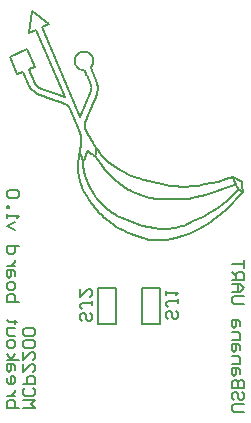
<source format=gbo>
%FSLAX25Y25*%
%MOIN*%
G70*
G01*
G75*
G04 Layer_Color=32896*
%ADD10R,0.07087X0.07480*%
%ADD11R,0.01575X0.05512*%
%ADD12R,0.09055X0.07480*%
%ADD13R,0.05118X0.05118*%
%ADD14R,0.05118X0.05118*%
%ADD15O,0.02362X0.09055*%
%ADD16R,0.03150X0.03150*%
%ADD17R,0.03150X0.03150*%
%ADD18R,0.01181X0.06299*%
%ADD19C,0.00800*%
%ADD20C,0.02000*%
%ADD21C,0.07500*%
%ADD22C,0.03200*%
%ADD23C,0.05000*%
%ADD24R,0.04400X0.04400*%
%ADD25C,0.00984*%
%ADD26C,0.02362*%
%ADD27C,0.00600*%
%ADD28C,0.00787*%
%ADD29C,0.01000*%
%ADD30R,0.07887X0.08280*%
%ADD31R,0.02375X0.06312*%
%ADD32R,0.09855X0.08280*%
%ADD33R,0.05918X0.05918*%
%ADD34R,0.05918X0.05918*%
%ADD35O,0.03162X0.09855*%
%ADD36R,0.03950X0.03950*%
%ADD37R,0.03950X0.03950*%
%ADD38R,0.01981X0.07099*%
%ADD39C,0.08300*%
%ADD40R,0.05200X0.05200*%
D19*
X262471Y443984D02*
G03*
X262526Y443949I255J347D01*
G01*
Y443949D02*
G03*
X262555Y443943I25J47D01*
G01*
D02*
G03*
X262562Y443944I-4J59D01*
G01*
X262562D02*
G03*
X262568Y443945I-12J65D01*
G01*
X263961Y447230D02*
G03*
X263956Y447229I9J-53D01*
G01*
X263983Y447228D02*
G03*
X263961Y447230I-14J-42D01*
G01*
X263988Y447226D02*
G03*
X263983Y447228I-21J-42D01*
G01*
X263993Y447223D02*
G03*
X263988Y447226I-28J-44D01*
G01*
X264301Y435488D02*
G03*
X266562Y431784I15877J7148D01*
G01*
X274258Y425154D02*
G03*
X282049Y422019I17332J31827D01*
G01*
X291391Y421105D02*
G03*
X293319Y421406I-1896J18521D01*
G01*
X293319Y421406D02*
G03*
X295894Y422165I-3414J16313D01*
G01*
X279132Y433261D02*
G03*
X283527Y431661I9412J19023D01*
G01*
X303238Y432326D02*
G03*
X311442Y435200I-16400J59949D01*
G01*
X314438Y434193D02*
G03*
X315600Y433351I3015J2938D01*
G01*
X313673Y435073D02*
G03*
X313808Y434885I2218J1441D01*
G01*
X313557Y435272D02*
G03*
X313673Y435073I2111J1098D01*
G01*
X313467Y435470D02*
G03*
X313557Y435272I1991J791D01*
G01*
X313407Y435643D02*
G03*
X313467Y435470I1854J539D01*
G01*
X312417Y438091D02*
G03*
X312961Y436662I5615J1318D01*
G01*
X261692Y451720D02*
G03*
X261571Y452330I-5968J-868D01*
G01*
X261766Y450595D02*
G03*
X261764Y450822I-8943J40D01*
G01*
X260716Y443021D02*
G03*
X260674Y440772I14669J-1398D01*
G01*
Y440772D02*
G03*
X260980Y438443I16121J932D01*
G01*
D02*
G03*
X261503Y436477I17402J3582D01*
G01*
X261503D02*
G03*
X262143Y434795I18586J6104D01*
G01*
X269526Y424713D02*
G03*
X273496Y421714I16177J17290D01*
G01*
X300451Y420656D02*
G03*
X304398Y422937I-18635J36806D01*
G01*
X304398Y422937D02*
G03*
X315634Y433362I-25430J38674D01*
G01*
X281912Y437539D02*
G03*
X291378Y435385I16131J48994D01*
G01*
X267612Y446853D02*
G03*
X268353Y445838I11912J7916D01*
G01*
X262934Y455169D02*
G03*
X263045Y454720I2957J495D01*
G01*
X263019Y456665D02*
G03*
X262934Y455169I3349J-940D01*
G01*
X266995Y465902D02*
G03*
X267271Y467243I-6239J1984D01*
G01*
X267271D02*
G03*
X267299Y468112I-6293J632D01*
G01*
X267299D02*
G03*
X267255Y468630I-5643J-214D01*
G01*
X267180Y469060D02*
G03*
X267076Y469449I-4453J-979D01*
G01*
X267076D02*
G03*
X266937Y469827I-3906J-1228D01*
G01*
X264876Y474650D02*
G03*
X265658Y478230I-2131J2341D01*
G01*
D02*
G03*
X261491Y479901I-2919J-1248D01*
G01*
D02*
G03*
X259820Y475734I1249J-2919D01*
G01*
X259820D02*
G03*
X262949Y473825I2908J1248D01*
G01*
X265115Y468712D02*
G03*
X265033Y468947I-2695J-809D01*
G01*
X265211Y468273D02*
G03*
X265115Y468712I-3002J-431D01*
G01*
X265114Y466845D02*
G03*
X265211Y468273I-3377J946D01*
G01*
X246928Y468719D02*
G03*
X247791Y468071I2537J2478D01*
G01*
X246573Y469153D02*
G03*
X246928Y468719I2668J1824D01*
G01*
X246329Y469585D02*
G03*
X246573Y469153I2634J1202D01*
G01*
X245131Y467627D02*
G03*
X247073Y466109I4881J4245D01*
G01*
X257412Y461949D02*
G03*
X256593Y462552I-2486J-2521D01*
G01*
X257795Y461495D02*
G03*
X257412Y461949I-2665J-1860D01*
G01*
X258053Y461045D02*
G03*
X257796Y461495I-2643J-1215D01*
G01*
X247073Y466109D02*
X247449Y465933D01*
X247449Y465933D01*
X247450Y465933D01*
X247450Y465933D01*
X247450Y465933D01*
X247450Y465933D01*
X247451Y465933D01*
X247451Y465933D01*
X247452Y465933D01*
X247452Y465932D01*
X247453Y465932D01*
X247454Y465932D01*
X247454Y465932D01*
X247455Y465931D01*
X247456Y465931D01*
X247457Y465931D01*
X247458Y465930D01*
X247459Y465930D01*
X247460Y465930D01*
X247461Y465929D01*
X247462Y465929D01*
X247463Y465928D01*
X247464Y465928D01*
X247466Y465928D01*
X247467Y465927D01*
X247468Y465926D01*
X247470Y465926D01*
X247471Y465925D01*
X247473Y465925D01*
X247474Y465924D01*
X247476Y465924D01*
X247480Y465922D01*
X247483Y465921D01*
X247487Y465919D01*
X247491Y465918D01*
X247495Y465916D01*
X247500Y465915D01*
X247504Y465913D01*
X247509Y465911D01*
X247514Y465909D01*
X247520Y465907D01*
X247525Y465906D01*
X247531Y465903D01*
X247536Y465901D01*
X247543Y465899D01*
X247552Y465896D01*
X247562Y465892D01*
X247572Y465888D01*
X247583Y465884D01*
X247594Y465880D01*
X247605Y465876D01*
X247617Y465871D01*
X247630Y465867D01*
X247642Y465862D01*
X247656Y465857D01*
X247674Y465850D01*
X247693Y465843D01*
X247712Y465836D01*
X247733Y465829D01*
X247754Y465821D01*
X247776Y465813D01*
X247798Y465805D01*
X247827Y465794D01*
X247857Y465783D01*
X247888Y465771D01*
X247920Y465760D01*
X247953Y465747D01*
X247987Y465735D01*
X248028Y465720D01*
X248072Y465703D01*
X248116Y465687D01*
X248163Y465670D01*
X248210Y465652D01*
X248267Y465631D01*
X248325Y465610D01*
X248385Y465588D01*
X248456Y465561D01*
X248529Y465534D01*
X248603Y465507D01*
X248690Y465475D01*
X248779Y465442D01*
X248870Y465408D01*
X248974Y465370D01*
X249080Y465331D01*
X249200Y465286D01*
X249323Y465241D01*
X249449Y465194D01*
X249589Y465142D01*
X249744Y465085D01*
X249902Y465027D01*
X250076Y464962D01*
X250266Y464892D01*
X250471Y464816D01*
X250694Y464734D01*
X250932Y464646D01*
X251187Y464551D01*
X251458Y464451D01*
X251758Y464340D01*
X252087Y464219D01*
X252442Y464087D01*
X252836Y463941D01*
X253291Y463773D01*
X253835Y463572D01*
X255601Y462919D01*
X256025Y462762D01*
X256207Y462694D01*
X256318Y462654D01*
X256389Y462627D01*
X256439Y462609D01*
X256476Y462595D01*
X256505Y462584D01*
X256524Y462577D01*
X256539Y462572D01*
X256553Y462567D01*
X256562Y462563D01*
X256569Y462561D01*
X256575Y462559D01*
X256579Y462557D01*
X256582Y462556D01*
X256585Y462555D01*
X256587Y462554D01*
X256588Y462553D01*
X256590Y462553D01*
X256591Y462553D01*
X256591Y462552D01*
X256592Y462552D01*
X256592Y462552D01*
X256592Y462552D01*
X256592Y462552D01*
X256593Y462552D01*
X256593Y462552D01*
X266834Y465470D02*
X266839Y465481D01*
X266843Y465492D01*
X266847Y465502D01*
X266852Y465511D01*
X266856Y465520D01*
X266860Y465529D01*
X266862Y465535D01*
X266864Y465540D01*
X266866Y465546D01*
X266869Y465551D01*
X266871Y465555D01*
X266873Y465560D01*
X266875Y465564D01*
X266877Y465569D01*
X266878Y465573D01*
X266880Y465577D01*
X266882Y465580D01*
X266883Y465584D01*
X266885Y465587D01*
X266886Y465590D01*
X266886Y465592D01*
X266887Y465593D01*
X266888Y465594D01*
X266888Y465596D01*
X266889Y465597D01*
X266889Y465598D01*
X266890Y465599D01*
X266890Y465600D01*
X266891Y465601D01*
X266891Y465602D01*
X266892Y465603D01*
X266892Y465604D01*
X266892Y465605D01*
X266893Y465606D01*
X266893Y465607D01*
X266893Y465607D01*
X266894Y465608D01*
X266894Y465609D01*
X266894Y465609D01*
X266894Y465610D01*
X266895Y465610D01*
X266895Y465610D01*
X266895Y465611D01*
X266895Y465611D01*
X266895Y465611D01*
X266895Y465612D01*
X264876Y474650D02*
X266937Y469827D01*
X264876Y474650D02*
X266937Y469827D01*
X266895Y465614D02*
X266995Y465902D01*
X267180Y469060D02*
X267255Y468630D01*
X261461Y458411D02*
X265114Y466845D01*
X248711Y488250D02*
X261461Y458411D01*
X248711Y488250D02*
X251115Y489277D01*
X245251Y493674D02*
X251115Y489277D01*
X245247Y493674D02*
X245251Y493674D01*
X244371Y486397D02*
X245247Y493674D01*
X244371Y486397D02*
X246780Y487426D01*
X256412Y464884D01*
X247791Y468071D02*
X256412Y464884D01*
X262949Y473825D02*
X262955Y473811D01*
X262961Y473796D01*
X262968Y473779D01*
X262976Y473762D01*
X262983Y473744D01*
X262991Y473725D01*
X263000Y473706D01*
X263008Y473687D01*
X263016Y473667D01*
X263025Y473646D01*
X263034Y473625D01*
X263043Y473604D01*
X263053Y473582D01*
X263062Y473560D01*
X263072Y473536D01*
X263082Y473513D01*
X263092Y473489D01*
X263101Y473467D01*
X263111Y473445D01*
X263120Y473423D01*
X263130Y473400D01*
X263140Y473377D01*
X263150Y473353D01*
X263159Y473332D01*
X263168Y473311D01*
X263177Y473289D01*
X263187Y473267D01*
X263195Y473248D01*
X263203Y473229D01*
X263212Y473210D01*
X263219Y473193D01*
X263226Y473177D01*
X263233Y473160D01*
X263240Y473143D01*
X263246Y473129D01*
X263252Y473116D01*
X263258Y473102D01*
X263264Y473088D01*
X263268Y473078D01*
X263273Y473067D01*
X263277Y473056D01*
X263282Y473046D01*
X263285Y473039D01*
X263288Y473032D01*
X263291Y473024D01*
X263294Y473017D01*
X263297Y473010D01*
X263300Y473003D01*
X263301Y472999D01*
X263303Y472995D01*
X263305Y472992D01*
X263306Y472988D01*
X263308Y472984D01*
X263309Y472981D01*
X263311Y472977D01*
X263313Y472973D01*
X263314Y472970D01*
X263316Y472966D01*
X263317Y472962D01*
X263319Y472959D01*
X263320Y472955D01*
X263322Y472951D01*
X263324Y472947D01*
X263325Y472944D01*
X263327Y472940D01*
X263328Y472936D01*
X263330Y472932D01*
X263333Y472925D01*
X263336Y472917D01*
X263340Y472910D01*
X263343Y472902D01*
X263346Y472894D01*
X263351Y472883D01*
X263356Y472871D01*
X263363Y472856D01*
X263369Y472840D01*
X263378Y472821D01*
X263386Y472801D01*
X263396Y472777D01*
X263408Y472749D01*
X263422Y472717D01*
X263440Y472675D01*
X263461Y472625D01*
X263489Y472561D01*
X263524Y472477D01*
X263573Y472364D01*
X263647Y472189D01*
X265033Y468947D01*
X244317Y474287D02*
X246271Y475124D01*
X243777Y480962D02*
X246271Y475124D01*
X237939Y478467D02*
X243777Y480962D01*
X237939Y478467D02*
X240434Y472627D01*
X242390Y473464D01*
X244376Y468817D01*
X263530Y453611D02*
X263532Y453607D01*
X263529Y453615D02*
X263530Y453611D01*
X263528Y453618D02*
X263529Y453615D01*
X263527Y453620D02*
X263528Y453618D01*
X263526Y453622D02*
X263527Y453620D01*
X263525Y453624D02*
X263526Y453622D01*
X263525Y453625D02*
X263525Y453624D01*
X263524Y453626D02*
X263525Y453625D01*
X263524Y453627D02*
X263524Y453626D01*
X263524Y453628D02*
X263524Y453627D01*
X263524Y453629D02*
X263524Y453628D01*
X263523Y453629D02*
X263524Y453629D01*
X263523Y453629D02*
X263523Y453629D01*
X263523Y453630D02*
X263523Y453629D01*
X263523Y453630D02*
X263523Y453630D01*
X263523Y453630D02*
X263523Y453630D01*
X263523Y453630D02*
X263523Y453630D01*
X263523Y453631D02*
X263523Y453630D01*
X263523Y453631D02*
X263523Y453631D01*
X263523Y453631D02*
X263523Y453631D01*
X263523Y453631D02*
X263523Y453631D01*
X263523Y453631D02*
X263523Y453631D01*
X263523Y453631D02*
X263523Y453631D01*
X263523Y453631D02*
X263523Y453631D01*
X263523Y453631D02*
X263523Y453631D01*
X263523Y453631D02*
X263523Y453631D01*
X263523Y453631D02*
Y453631D01*
X263523Y453631D02*
X263523Y453631D01*
X263523Y453631D02*
X263523Y453631D01*
X263523Y453631D02*
Y453631D01*
X263523Y453631D02*
X263523Y453631D01*
X263523Y453631D02*
X263523Y453631D01*
X263523Y453631D02*
X263523Y453631D01*
X263523Y453631D02*
X263523Y453631D01*
X263522Y453631D02*
X263523Y453631D01*
X263522Y453631D02*
X263522Y453631D01*
X263522Y453631D02*
X263522Y453631D01*
X263522Y453631D02*
X263522Y453631D01*
X263522Y453631D02*
X263522Y453631D01*
X263522Y453632D02*
X263522Y453631D01*
X263522Y453632D02*
X263522Y453632D01*
X263522Y453632D02*
X263522Y453632D01*
X263522Y453632D02*
X263522Y453632D01*
X263522Y453633D02*
X263522Y453632D01*
X263522Y453633D02*
X263522Y453633D01*
X263521Y453633D02*
X263522Y453633D01*
X263521Y453634D02*
X263521Y453633D01*
X263521Y453635D02*
X263521Y453634D01*
X263520Y453636D02*
X263521Y453635D01*
X263520Y453637D02*
X263520Y453636D01*
X263519Y453638D02*
X263520Y453637D01*
X263518Y453640D02*
X263519Y453638D01*
X263517Y453642D02*
X263518Y453640D01*
X263516Y453645D02*
X263517Y453642D01*
X263514Y453648D02*
X263516Y453645D01*
X263512Y453652D02*
X263514Y453648D01*
X263510Y453656D02*
X263512Y453652D01*
X263507Y453662D02*
X263510Y453656D01*
X263503Y453670D02*
X263507Y453662D01*
X263499Y453679D02*
X263503Y453670D01*
X263494Y453689D02*
X263499Y453679D01*
X263487Y453703D02*
X263494Y453689D01*
X263479Y453719D02*
X263487Y453703D01*
X263470Y453739D02*
X263479Y453719D01*
X263458Y453764D02*
X263470Y453739D01*
X263443Y453794D02*
X263458Y453764D01*
X263425Y453832D02*
X263443Y453794D01*
X263403Y453880D02*
X263425Y453832D01*
X263376Y453939D02*
X263403Y453880D01*
X263343Y454013D02*
X263376Y453939D01*
X263301Y454106D02*
X263343Y454013D01*
X263248Y454224D02*
X263301Y454106D01*
X263184Y454373D02*
X263248Y454224D01*
X263102Y454566D02*
X263184Y454373D01*
X263045Y454720D02*
X263102Y454566D01*
X263019Y456665D02*
X263019Y456665D01*
X263019Y456665D01*
X263019Y456665D01*
X263019Y456665D01*
X263019Y456666D01*
X263019Y456666D01*
X263019Y456666D01*
X263020Y456667D01*
X263020Y456667D01*
X263020Y456669D01*
X263021Y456670D01*
X263022Y456671D01*
X263022Y456673D01*
X263024Y456676D01*
X263025Y456680D01*
X263027Y456684D01*
X263030Y456690D01*
X263033Y456697D01*
X263037Y456706D01*
X263041Y456717D01*
X263048Y456732D01*
X263056Y456751D01*
X263067Y456776D01*
X263081Y456808D01*
X263100Y456851D01*
X263125Y456910D01*
X263163Y456997D01*
X263219Y457128D01*
X264076Y459106D01*
X264357Y459755D01*
X264577Y460262D01*
X264767Y460700D01*
X264935Y461088D01*
X265086Y461436D01*
X265224Y461756D01*
X265350Y462047D01*
X265464Y462308D01*
X265570Y462553D01*
X265669Y462781D01*
X265755Y462980D01*
X265840Y463176D01*
X265917Y463355D01*
X265988Y463518D01*
X266052Y463667D01*
X266115Y463812D01*
X266172Y463942D01*
X266222Y464058D01*
X266271Y464172D01*
X266314Y464272D01*
X266357Y464369D01*
X266394Y464455D01*
X266430Y464538D01*
X266464Y464618D01*
X266495Y464688D01*
X266524Y464755D01*
X266552Y464820D01*
X266576Y464876D01*
X266599Y464929D01*
X266622Y464981D01*
X266640Y465024D01*
X266659Y465066D01*
X266676Y465106D01*
X266693Y465145D01*
X266709Y465183D01*
X266722Y465213D01*
X266735Y465243D01*
X266747Y465271D01*
X266759Y465298D01*
X266771Y465324D01*
X266779Y465344D01*
X266788Y465364D01*
X266796Y465383D01*
X266804Y465401D01*
X266811Y465418D01*
X266819Y465435D01*
X266824Y465447D01*
X266829Y465459D01*
X266834Y465470D01*
X315503Y434898D02*
X315604Y433651D01*
X315479Y435306D02*
X315503Y434898D01*
X315464Y435630D02*
X315479Y435306D01*
X315454Y435907D02*
X315464Y435630D01*
X315448Y436151D02*
X315454Y435907D01*
X315445Y436371D02*
X315448Y436151D01*
X315444Y436570D02*
X315445Y436371D01*
X315444Y436570D02*
X315445Y436753D01*
X315448Y436929D01*
X315448D02*
X315448D01*
X315448Y436929D02*
X315448Y436929D01*
X315448Y436929D02*
X315448D01*
X315448Y436929D02*
X315448Y436929D01*
X315447Y436929D02*
X315448Y436929D01*
X315447Y436929D02*
X315447Y436929D01*
X315447Y436929D02*
X315447Y436929D01*
X315447Y436929D02*
X315447Y436929D01*
X315447Y436929D02*
X315447Y436929D01*
X315447Y436929D02*
X315447Y436929D01*
X315447Y436929D02*
X315447Y436929D01*
X315446Y436929D02*
X315447Y436929D01*
X315446Y436929D02*
X315446Y436929D01*
X315446Y436929D02*
X315446Y436929D01*
X315445Y436930D02*
X315446Y436929D01*
X315445Y436930D02*
X315445Y436930D01*
X315444Y436930D02*
X315445Y436930D01*
X315443Y436930D02*
X315444Y436930D01*
X315442Y436930D02*
X315443Y436930D01*
X315441Y436931D02*
X315442Y436930D01*
X315439Y436931D02*
X315441Y436931D01*
X315437Y436932D02*
X315439Y436931D01*
X315434Y436932D02*
X315437Y436932D01*
X315431Y436933D02*
X315434Y436932D01*
X315427Y436934D02*
X315431Y436933D01*
X315423Y436935D02*
X315427Y436934D01*
X315417Y436937D02*
X315423Y436935D01*
X315409Y436938D02*
X315417Y436937D01*
X315401Y436941D02*
X315409Y436938D01*
X315389Y436944D02*
X315401Y436941D01*
X315375Y436947D02*
X315389Y436944D01*
X315358Y436952D02*
X315375Y436947D01*
X315336Y436958D02*
X315358Y436952D01*
X315310Y436966D02*
X315336Y436958D01*
X315275Y436976D02*
X315310Y436966D01*
X315232Y436989D02*
X315275Y436976D01*
X315177Y437006D02*
X315232Y436989D01*
X315105Y437029D02*
X315177Y437006D01*
X315011Y437060D02*
X315105Y437029D01*
X314888Y437104D02*
X315011Y437060D01*
X314724Y437165D02*
X314888Y437104D01*
X314504Y437252D02*
X314724Y437165D01*
X314203Y437381D02*
X314504Y437252D01*
X313782Y437579D02*
X314203Y437381D01*
X313184Y437895D02*
X313782Y437579D01*
X312338Y438408D02*
X313184Y437895D01*
X312338Y438408D02*
X312338Y438408D01*
X312338Y438408D02*
X312338Y438408D01*
X312338Y438408D02*
X312338Y438408D01*
X312338Y438407D02*
X312338Y438408D01*
X312338Y438407D02*
X312338Y438407D01*
X312337Y438407D02*
X312338Y438407D01*
X312337Y438407D02*
X312337Y438407D01*
X312336Y438407D02*
X312337Y438407D01*
X312336Y438407D02*
X312336Y438407D01*
X312335Y438406D02*
X312336Y438407D01*
X312334Y438406D02*
X312335Y438406D01*
X312332Y438405D02*
X312334Y438406D01*
X312330Y438404D02*
X312332Y438405D01*
X312328Y438404D02*
X312330Y438404D01*
X312326Y438403D02*
X312328Y438404D01*
X312322Y438401D02*
X312326Y438403D01*
X312317Y438399D02*
X312322Y438401D01*
X312312Y438397D02*
X312317Y438399D01*
X312304Y438394D02*
X312312Y438397D01*
X312295Y438391D02*
X312304Y438394D01*
X312283Y438386D02*
X312295Y438391D01*
X312269Y438381D02*
X312283Y438386D01*
X312251Y438373D02*
X312269Y438381D01*
X312226Y438364D02*
X312251Y438373D01*
X312199Y438354D02*
X312226Y438364D01*
X312164Y438340D02*
X312199Y438354D01*
X312121Y438324D02*
X312164Y438340D01*
X312061Y438301D02*
X312121Y438324D01*
X311982Y438272D02*
X312061Y438301D01*
X311878Y438234D02*
X311982Y438272D01*
X311738Y438182D02*
X311878Y438234D01*
X311552Y438116D02*
X311738Y438182D01*
X311289Y438023D02*
X311552Y438116D01*
X310882Y437883D02*
X311289Y438023D01*
X310183Y437653D02*
X310882Y437883D01*
X307292Y436809D02*
X310183Y437653D01*
X302990Y435854D02*
X307292Y436809D01*
X300603Y435483D02*
X302990Y435854D01*
X298584Y435267D02*
X300603Y435483D01*
X296744Y435156D02*
X298584Y435267D01*
X295026Y435133D02*
X296744Y435156D01*
X293417Y435190D02*
X295026Y435133D01*
X291839Y435329D02*
X293417Y435190D01*
X291378Y435385D02*
X291839Y435329D01*
X279493Y438412D02*
X281912Y437539D01*
X277690Y439168D02*
X279493Y438412D01*
X276172Y439888D02*
X277690Y439168D01*
X274856Y440587D02*
X276172Y439888D01*
X273686Y441275D02*
X274856Y440587D01*
X272613Y441975D02*
X273686Y441275D01*
X271636Y442682D02*
X272613Y441975D01*
X270734Y443408D02*
X271636Y442682D01*
X269887Y444169D02*
X270734Y443408D01*
X269103Y444966D02*
X269887Y444169D01*
X268353Y445838D02*
X269103Y444966D01*
X267591Y446884D02*
X267612Y446853D01*
X267173Y447518D02*
X267591Y446884D01*
X266793Y448100D02*
X267173Y447518D01*
X266456Y448620D02*
X266793Y448100D01*
X266151Y449096D02*
X266456Y448620D01*
X265874Y449533D02*
X266151Y449096D01*
X265624Y449931D02*
X265874Y449533D01*
X265398Y450295D02*
X265624Y449931D01*
X265195Y450627D02*
X265398Y450295D01*
X265011Y450928D02*
X265195Y450627D01*
X264846Y451203D02*
X265011Y450928D01*
X264698Y451452D02*
X264846Y451203D01*
X264565Y451678D02*
X264698Y451452D01*
X264447Y451882D02*
X264565Y451678D01*
X264337Y452073D02*
X264447Y451882D01*
X264239Y452245D02*
X264337Y452073D01*
X264152Y452400D02*
X264239Y452245D01*
X264075Y452539D02*
X264152Y452400D01*
X264007Y452663D02*
X264075Y452539D01*
X263947Y452774D02*
X264007Y452663D01*
X263894Y452873D02*
X263947Y452774D01*
X263845Y452965D02*
X263894Y452873D01*
X263803Y453047D02*
X263845Y452965D01*
X263766Y453119D02*
X263803Y453047D01*
X263733Y453183D02*
X263766Y453119D01*
X263705Y453239D02*
X263733Y453183D01*
X263679Y453291D02*
X263705Y453239D01*
X263657Y453336D02*
X263679Y453291D01*
X263638Y453376D02*
X263657Y453336D01*
X263622Y453410D02*
X263638Y453376D01*
X263607Y453441D02*
X263622Y453410D01*
X263594Y453468D02*
X263607Y453441D01*
X263583Y453491D02*
X263594Y453468D01*
X263574Y453513D02*
X263583Y453491D01*
X263566Y453531D02*
X263574Y453513D01*
X263559Y453546D02*
X263566Y453531D01*
X263553Y453559D02*
X263559Y453546D01*
X263548Y453571D02*
X263553Y453559D01*
X263544Y453580D02*
X263548Y453571D01*
X263540Y453589D02*
X263544Y453580D01*
X263537Y453596D02*
X263540Y453589D01*
X263534Y453602D02*
X263537Y453596D01*
X263532Y453607D02*
X263534Y453602D01*
X246198Y469892D02*
X246329Y469585D01*
X245974Y470415D02*
X246198Y469892D01*
X245775Y470882D02*
X245974Y470415D01*
X245596Y471299D02*
X245775Y470882D01*
X245438Y471670D02*
X245596Y471299D01*
X245297Y472000D02*
X245438Y471670D01*
X245172Y472292D02*
X245297Y472000D01*
X245061Y472549D02*
X245172Y472292D01*
X244964Y472776D02*
X245061Y472549D01*
X244877Y472980D02*
X244964Y472776D01*
X244800Y473159D02*
X244877Y472980D01*
X244734Y473315D02*
X244800Y473159D01*
X244676Y473450D02*
X244734Y473315D01*
X244624Y473570D02*
X244676Y473450D01*
X244580Y473674D02*
X244624Y473570D01*
X244541Y473763D02*
X244580Y473674D01*
X244508Y473842D02*
X244541Y473763D01*
X244479Y473909D02*
X244508Y473842D01*
X244454Y473967D02*
X244479Y473909D01*
X244433Y474016D02*
X244454Y473967D01*
X244414Y474059D02*
X244433Y474016D01*
X244398Y474096D02*
X244414Y474059D01*
X244386Y474127D02*
X244398Y474096D01*
X244374Y474153D02*
X244386Y474127D01*
X244365Y474176D02*
X244374Y474153D01*
X244356Y474195D02*
X244365Y474176D01*
X244349Y474211D02*
X244356Y474195D01*
X244344Y474224D02*
X244349Y474211D01*
X244339Y474236D02*
X244344Y474224D01*
X244335Y474245D02*
X244339Y474236D01*
X244332Y474253D02*
X244335Y474245D01*
X244329Y474259D02*
X244332Y474253D01*
X244327Y474264D02*
X244329Y474259D01*
X244325Y474268D02*
X244327Y474264D01*
X244323Y474272D02*
X244325Y474268D01*
X244322Y474274D02*
X244323Y474272D01*
X244321Y474277D02*
X244322Y474274D01*
X244320Y474279D02*
X244321Y474277D01*
X244320Y474280D02*
X244320Y474279D01*
X244319Y474281D02*
X244320Y474280D01*
X244319Y474283D02*
X244319Y474281D01*
X244318Y474283D02*
X244319Y474283D01*
X244318Y474284D02*
X244318Y474283D01*
X244318Y474285D02*
X244318Y474284D01*
X244318Y474285D02*
X244318Y474285D01*
X244317Y474285D02*
X244318Y474285D01*
X244317Y474286D02*
X244317Y474285D01*
X244317Y474286D02*
X244317Y474286D01*
X244317Y474286D02*
X244317Y474286D01*
X244317Y474286D02*
X244317Y474286D01*
X244317Y474286D02*
X244317Y474286D01*
X244317Y474286D02*
X244317Y474286D01*
X244317Y474286D02*
X244317Y474286D01*
X244317Y474286D02*
X244317Y474286D01*
X244317Y474286D02*
X244317Y474286D01*
X244317Y474286D02*
X244317Y474286D01*
X244317Y474287D02*
X244317Y474286D01*
X244317Y474287D02*
Y474287D01*
X244317Y474287D02*
X244317Y474287D01*
X258053Y461045D02*
X261042Y453877D01*
X258053Y461045D02*
X261042Y453877D01*
X244376Y468817D02*
X244489Y468576D01*
X244664Y468264D01*
X244872Y467954D01*
X245131Y467627D01*
X312354Y438409D02*
X312354Y438408D01*
X312354Y438409D02*
X312354Y438409D01*
X312354Y438409D02*
X312354Y438409D01*
X312354Y438409D02*
X312354Y438409D01*
X312354Y438409D02*
X312354Y438409D01*
X312354Y438409D02*
Y438409D01*
X312354Y438409D02*
X312354Y438409D01*
X312354Y438409D02*
X312354Y438409D01*
X312354Y438409D02*
Y438410D01*
X312354Y438410D02*
X312354Y438410D01*
X312354Y438410D02*
Y438410D01*
Y438410D01*
X266895Y465614D02*
X266895Y465612D01*
X266895Y465614D02*
X266895Y465612D01*
X261043Y453876D02*
X261051Y453856D01*
X261066Y453820D01*
X261086Y453772D01*
X261245Y453363D01*
X261284Y453256D01*
X261312Y453176D01*
X261336Y453110D01*
X261355Y453053D01*
X261372Y453003D01*
X261387Y452957D01*
X261400Y452916D01*
X261412Y452879D01*
X261422Y452845D01*
X261432Y452814D01*
X261440Y452784D01*
X261448Y452758D01*
X261455Y452733D01*
X261461Y452709D01*
X261571Y452330D01*
X261692Y451720D02*
X261734Y451366D01*
X261755Y451075D01*
X261764Y450822D01*
X261763Y450378D02*
X261766Y450595D01*
X261755Y450172D02*
X261763Y450378D01*
X261745Y449978D02*
X261755Y450172D01*
X261733Y449798D02*
X261745Y449978D01*
X261719Y449622D02*
X261733Y449798D01*
X261703Y449452D02*
X261719Y449622D01*
X261686Y449287D02*
X261703Y449452D01*
X261668Y449129D02*
X261686Y449287D01*
X261650Y448976D02*
X261668Y449129D01*
X261631Y448831D02*
X261650Y448976D01*
X261612Y448683D02*
X261631Y448831D01*
X261593Y448542D02*
X261612Y448683D01*
X261573Y448408D02*
X261593Y448542D01*
X261555Y448282D02*
X261573Y448408D01*
X261536Y448154D02*
X261555Y448282D01*
X261517Y448034D02*
X261536Y448154D01*
X261500Y447923D02*
X261517Y448034D01*
X261482Y447810D02*
X261500Y447923D01*
X261465Y447705D02*
X261482Y447810D01*
X261450Y447609D02*
X261465Y447705D01*
X261434Y447513D02*
X261450Y447609D01*
X261419Y447425D02*
X261434Y447513D01*
X261405Y447337D02*
X261419Y447425D01*
X261391Y447258D02*
X261405Y447337D01*
X261378Y447178D02*
X261391Y447258D01*
X261366Y447108D02*
X261378Y447178D01*
X261354Y447037D02*
X261366Y447108D01*
X261344Y446976D02*
X261354Y447037D01*
X261334Y446915D02*
X261344Y446976D01*
X261325Y446864D02*
X261334Y446915D01*
X261316Y446812D02*
X261325Y446864D01*
X261307Y446761D02*
X261316Y446812D01*
X261300Y446719D02*
X261307Y446761D01*
X261293Y446677D02*
X261300Y446719D01*
X261286Y446636D02*
X261293Y446677D01*
X261280Y446604D02*
X261286Y446636D01*
X261275Y446573D02*
X261280Y446604D01*
X261269Y446541D02*
X261275Y446573D01*
X261264Y446510D02*
X261269Y446541D01*
X261260Y446488D02*
X261264Y446510D01*
X261257Y446467D02*
X261260Y446488D01*
X261253Y446446D02*
X261257Y446467D01*
X261249Y446425D02*
X261253Y446446D01*
X261246Y446403D02*
X261249Y446425D01*
X261244Y446393D02*
X261246Y446403D01*
X261242Y446382D02*
X261244Y446393D01*
X261240Y446371D02*
X261242Y446382D01*
X261238Y446360D02*
X261240Y446371D01*
X261237Y446350D02*
X261238Y446360D01*
X261235Y446339D02*
X261237Y446350D01*
X261233Y446328D02*
X261235Y446339D01*
X261231Y446318D02*
X261233Y446328D01*
X261229Y446307D02*
X261231Y446318D01*
X261227Y446296D02*
X261229Y446307D01*
X261226Y446285D02*
X261227Y446296D01*
X261224Y446275D02*
X261226Y446285D01*
X261222Y446264D02*
X261224Y446275D01*
X261220Y446253D02*
X261222Y446264D01*
X261218Y446242D02*
X261220Y446253D01*
X261216Y446231D02*
X261218Y446242D01*
X261214Y446220D02*
X261216Y446231D01*
X261212Y446210D02*
X261214Y446220D01*
X261211Y446199D02*
X261212Y446210D01*
X261209Y446188D02*
X261211Y446199D01*
X261205Y446166D02*
X261209Y446188D01*
X261201Y446144D02*
X261205Y446166D01*
X261197Y446123D02*
X261201Y446144D01*
X261194Y446101D02*
X261197Y446123D01*
X261190Y446079D02*
X261194Y446101D01*
X261184Y446046D02*
X261190Y446079D01*
X261179Y446013D02*
X261184Y446046D01*
X261171Y445969D02*
X261179Y446013D01*
X261163Y445925D02*
X261171Y445969D01*
X261156Y445880D02*
X261163Y445925D01*
X261146Y445824D02*
X261156Y445880D01*
X261135Y445757D02*
X261146Y445824D01*
X261121Y445678D02*
X261135Y445757D01*
X261106Y445587D02*
X261121Y445678D01*
X261088Y445484D02*
X261106Y445587D01*
X261069Y445369D02*
X261088Y445484D01*
X261045Y445229D02*
X261069Y445369D01*
X261017Y445064D02*
X261045Y445229D01*
X260983Y444860D02*
X261017Y445064D01*
X260942Y444605D02*
X260983Y444860D01*
X260887Y444269D02*
X260942Y444605D01*
X260813Y443796D02*
X260887Y444269D01*
X260716Y443021D02*
X260813Y443796D01*
X262143Y434795D02*
X262863Y433297D01*
X263659Y431907D01*
X264527Y430593D01*
X264598Y430493D01*
X265193Y429669D01*
X265798Y428865D01*
X266431Y428063D01*
X267091Y427268D01*
X267796Y426468D01*
X268579Y425636D01*
X269526Y424713D01*
X273496Y421714D02*
X274757Y421006D01*
X275583Y420591D01*
X276241Y420284D01*
X276818Y420029D01*
X277329Y419814D01*
X277790Y419627D01*
X278218Y419459D01*
X278612Y419309D01*
X278991Y419167D01*
X279335Y419042D01*
X279661Y418925D01*
X279971Y418816D01*
X280262Y418715D01*
X280536Y418621D01*
X280790Y418534D01*
X281026Y418454D01*
X281263Y418375D01*
X281480Y418302D01*
X281677Y418237D01*
X278496Y433584D02*
X279132Y433261D01*
X283527Y431661D02*
X284609Y431426D01*
X285475Y431273D01*
X286247Y431162D01*
X286972Y431076D01*
X287664Y431009D01*
X288339Y430958D01*
X289016Y430917D01*
X289694Y430887D01*
X290372Y430867D01*
X291048Y430855D01*
X291721Y430852D01*
X292416Y430855D01*
X293106Y430865D01*
X293818Y430882D01*
X294551Y430905D01*
X295263Y430940D01*
X296387Y431029D01*
X297565Y431165D01*
X298818Y431352D01*
X300165Y431600D01*
X301620Y431917D01*
X303238Y432326D01*
X311442Y435200D02*
X312092Y435485D01*
X312462Y435652D01*
X312700Y435761D01*
X312861Y435836D01*
X312981Y435893D01*
X313069Y435934D01*
X313130Y435964D01*
X313180Y435988D01*
X313216Y436005D01*
X313245Y436019D01*
X313266Y436029D01*
X313283Y436037D01*
X313295Y436044D01*
X313306Y436049D01*
X313314Y436053D01*
X313321Y436056D01*
X313326Y436058D01*
X313330Y436060D01*
X313333Y436062D01*
X313335Y436063D01*
X313337Y436064D01*
X313339Y436065D01*
X313340Y436066D01*
X313341Y436066D01*
X313342Y436066D01*
X313342Y436067D01*
X313342Y436067D01*
X313343Y436067D01*
X313343Y436067D01*
X313343Y436067D01*
X313343Y436067D01*
X313344Y436067D01*
X314340Y434297D02*
X314438Y434193D01*
X314291Y434353D02*
X314340Y434297D01*
X314261Y434388D02*
X314291Y434353D01*
X314241Y434412D02*
X314261Y434388D01*
X314228Y434429D02*
X314241Y434412D01*
X314217Y434441D02*
X314228Y434429D01*
X314210Y434450D02*
X314217Y434441D01*
X314205Y434458D02*
X314210Y434450D01*
X314200Y434463D02*
X314205Y434458D01*
X314197Y434467D02*
X314200Y434463D01*
X314195Y434470D02*
X314197Y434467D01*
X314193Y434473D02*
X314195Y434470D01*
X314191Y434475D02*
X314193Y434473D01*
X314190Y434476D02*
X314191Y434475D01*
X314189Y434478D02*
X314190Y434476D01*
X314189Y434479D02*
X314189Y434478D01*
X314188Y434479D02*
X314189Y434479D01*
X314188Y434480D02*
X314188Y434479D01*
X314187Y434480D02*
X314188Y434480D01*
X314187Y434481D02*
X314187Y434480D01*
X314187Y434481D02*
X314187Y434481D01*
X314187Y434481D02*
X314187Y434481D01*
X314187Y434481D02*
X314187Y434481D01*
X314187Y434481D02*
X314187Y434481D01*
X314187Y434481D02*
X314187Y434481D01*
X314186Y434482D02*
X314187Y434481D01*
X314186Y434482D02*
X314186Y434482D01*
X314186Y434482D02*
X314186Y434482D01*
X314186Y434482D02*
X314186Y434482D01*
X314186Y434482D02*
X314186Y434482D01*
X314186Y434482D02*
X314186Y434482D01*
X314186Y434482D02*
X314186Y434482D01*
X314186Y434482D02*
X314186Y434482D01*
X314186Y434482D02*
Y434482D01*
X314186Y434482D02*
X314186Y434482D01*
X314115Y434548D02*
X314186Y434482D01*
X313955Y434711D02*
X314115Y434548D01*
X313808Y434885D02*
X313955Y434711D01*
X313375Y435772D02*
X313407Y435643D01*
X313359Y435861D02*
X313375Y435772D01*
X313352Y435920D02*
X313359Y435861D01*
X313348Y435961D02*
X313352Y435920D01*
X313346Y435989D02*
X313348Y435961D01*
X313346Y436010D02*
X313346Y435989D01*
X313345Y436025D02*
X313346Y436010D01*
X313345Y436036D02*
X313345Y436025D01*
X313345Y436036D02*
X313345Y436045D01*
X313345Y436051D01*
X313346Y436056D01*
X313346Y436060D01*
X313346Y436063D01*
X313346Y436065D01*
X313346Y436067D01*
X313346Y436068D01*
X313346Y436069D01*
X313346Y436070D01*
X313346Y436071D01*
X313346Y436071D01*
X313346Y436072D01*
X313346Y436072D01*
X313346Y436072D01*
X313346Y436072D01*
X313346Y436072D01*
X313346Y436073D01*
X313346Y436073D01*
Y436073D01*
X313346Y436073D01*
Y436073D01*
Y436073D01*
Y436073D01*
X313346Y436073D01*
Y436073D01*
Y436073D01*
Y436073D01*
X313332Y436092D02*
X313346Y436073D01*
X313138Y436367D02*
X313332Y436092D01*
X312961Y436662D02*
X313138Y436367D01*
X312393Y438200D02*
X312417Y438091D01*
X312380Y438261D02*
X312393Y438200D01*
X312372Y438302D02*
X312380Y438261D01*
X312368Y438329D02*
X312372Y438302D01*
X312364Y438348D02*
X312368Y438329D01*
X312361Y438363D02*
X312364Y438348D01*
X312360Y438374D02*
X312361Y438363D01*
X312358Y438382D02*
X312360Y438374D01*
X312357Y438388D02*
X312358Y438382D01*
X312357Y438393D02*
X312357Y438388D01*
X312356Y438396D02*
X312357Y438393D01*
X312356Y438399D02*
X312356Y438396D01*
X312355Y438402D02*
X312356Y438399D01*
X312355Y438403D02*
X312355Y438402D01*
X312355Y438405D02*
X312355Y438403D01*
X312355Y438406D02*
X312355Y438405D01*
X312354Y438407D02*
X312355Y438406D01*
X312354Y438407D02*
X312354Y438407D01*
X312354Y438408D02*
X312354Y438407D01*
X312354Y438408D02*
X312354Y438408D01*
X312354Y438408D02*
X312354Y438408D01*
X268502Y429659D02*
X268697Y429471D01*
X268870Y429305D01*
X269030Y429154D01*
X269176Y429018D01*
X269306Y428896D01*
X269430Y428782D01*
X269539Y428682D01*
X269640Y428589D01*
X269735Y428504D01*
X269821Y428425D01*
X269900Y428354D01*
X269971Y428290D01*
X270034Y428233D01*
X270098Y428175D01*
X270153Y428125D01*
X270201Y428082D01*
X270249Y428039D01*
X270289Y428003D01*
X270329Y427968D01*
X270361Y427939D01*
X270393Y427910D01*
X270425Y427881D01*
X270449Y427860D01*
X270474Y427838D01*
X270498Y427816D01*
X270522Y427795D01*
X270538Y427780D01*
X270554Y427766D01*
X270570Y427751D01*
X270586Y427737D01*
X270602Y427723D01*
X270611Y427715D01*
X270619Y427708D01*
X270627Y427701D01*
X270635Y427694D01*
X270643Y427686D01*
X270651Y427679D01*
X270659Y427672D01*
X270667Y427665D01*
X270675Y427658D01*
X270683Y427650D01*
X270691Y427643D01*
X270700Y427636D01*
X270708Y427629D01*
X270716Y427621D01*
X270724Y427614D01*
X270732Y427607D01*
X270740Y427599D01*
X270748Y427592D01*
X270756Y427585D01*
X270764Y427578D01*
X270781Y427563D01*
X270797Y427549D01*
X270813Y427534D01*
X270829Y427520D01*
X270854Y427498D01*
X270878Y427476D01*
X270903Y427454D01*
X270935Y427425D01*
X270968Y427395D01*
X271009Y427359D01*
X271050Y427322D01*
X271099Y427278D01*
X271148Y427234D01*
X271214Y427175D01*
X271262Y427132D01*
X271321Y427080D01*
X271383Y427028D01*
X271457Y426967D01*
X271535Y426904D01*
X271627Y426832D01*
X271723Y426758D01*
X271834Y426674D01*
X271964Y426580D01*
X272112Y426474D01*
X272280Y426357D01*
X272472Y426228D01*
X272702Y426077D01*
X272976Y425903D01*
X273298Y425705D01*
X273709Y425463D01*
X274258Y425154D01*
X282049Y422019D02*
X284236Y421507D01*
X286131Y421200D01*
X287905Y421035D01*
X289632Y421000D01*
X291391Y421105D01*
X295894Y422165D02*
X299178Y423542D01*
X302313Y425081D01*
X305004Y426613D01*
X307213Y428052D01*
X308965Y429336D01*
X310305Y430424D01*
X311301Y431308D01*
X312029Y432003D01*
X312561Y432543D01*
X312959Y432970D01*
X313252Y433298D01*
X313469Y433551D01*
X313633Y433748D01*
X313760Y433904D01*
X313856Y434025D01*
X313927Y434118D01*
X313983Y434191D01*
X314026Y434248D01*
X314060Y434295D01*
X314086Y434330D01*
X314106Y434359D01*
X314123Y434381D01*
X314135Y434399D01*
X314146Y434415D01*
X314155Y434427D01*
X314161Y434436D01*
X314166Y434444D01*
X314170Y434449D01*
X314174Y434454D01*
X314176Y434457D01*
X314178Y434460D01*
X314179Y434463D01*
X314180Y434465D01*
X314181Y434466D01*
X314182Y434467D01*
X314183Y434468D01*
X314183Y434469D01*
X314184Y434469D01*
X314184Y434470D01*
X314184Y434470D01*
X314184Y434470D01*
X314184Y434470D01*
X314184Y434470D01*
X314184Y434471D01*
X314185Y434471D01*
X266380Y445339D02*
X268257Y442717D01*
X269845Y440745D01*
X271076Y439358D01*
X272041Y438354D01*
X272807Y437608D01*
X273427Y437038D01*
X273940Y436590D01*
X274371Y436231D01*
X274735Y435940D01*
X275044Y435703D01*
X275311Y435506D01*
X275546Y435339D01*
X275750Y435199D01*
X275934Y435078D01*
X276104Y434969D01*
X276416Y434775D01*
X276755Y434569D01*
X277121Y434351D01*
X277528Y434115D01*
X277977Y433863D01*
X278496Y433584D01*
X281677Y418237D02*
X281875Y418172D01*
X282053Y418114D01*
X282209Y418062D01*
X282366Y418011D01*
X282501Y417967D01*
X282659Y417916D01*
X283352Y417712D01*
X284404Y417476D01*
X285471Y417316D01*
X286577Y417225D01*
X287749Y417203D01*
X288988Y417254D01*
X290358Y417393D01*
X291828Y417631D01*
X293500Y418006D01*
X295413Y418563D01*
X297636Y419376D01*
X300451Y420656D01*
X315634Y433362D02*
Y433363D01*
Y433363D01*
X315634Y433363D02*
X315634Y433363D01*
X315634Y433363D02*
Y433363D01*
X315634Y433363D02*
X315634Y433363D01*
X315634Y433363D02*
Y433363D01*
X315634Y433363D02*
X315634Y433363D01*
X315634Y433363D02*
X315634Y433363D01*
X315634Y433363D02*
X315634Y433363D01*
X315634Y433363D02*
X315634Y433363D01*
X315634Y433363D02*
X315634Y433363D01*
X315634Y433364D02*
X315634Y433363D01*
X315634Y433364D02*
X315634Y433364D01*
X315634Y433365D02*
X315634Y433364D01*
X315633Y433365D02*
X315634Y433365D01*
X315633Y433366D02*
X315633Y433365D01*
X315633Y433367D02*
X315633Y433366D01*
X315633Y433368D02*
X315633Y433367D01*
X315633Y433370D02*
X315633Y433368D01*
X315633Y433371D02*
X315633Y433370D01*
X315633Y433374D02*
X315633Y433371D01*
X315632Y433376D02*
X315633Y433374D01*
X315632Y433380D02*
X315632Y433376D01*
X315631Y433385D02*
X315632Y433380D01*
X315631Y433390D02*
X315631Y433385D01*
X315630Y433398D02*
X315631Y433390D01*
X315629Y433407D02*
X315630Y433398D01*
X315628Y433419D02*
X315629Y433407D01*
X315626Y433434D02*
X315628Y433419D01*
X315624Y433454D02*
X315626Y433434D01*
X315621Y433480D02*
X315624Y433454D01*
X315617Y433517D02*
X315621Y433480D01*
X315612Y433570D02*
X315617Y433517D01*
X315604Y433651D02*
X315612Y433570D01*
X263666Y446724D02*
X263680Y446759D01*
X263694Y446793D01*
X263706Y446822D01*
X263718Y446851D01*
X263730Y446879D01*
X263741Y446906D01*
X263753Y446932D01*
X263763Y446954D01*
X263773Y446975D01*
X263783Y446996D01*
X263793Y447016D01*
X263801Y447032D01*
X263809Y447048D01*
X263817Y447063D01*
X263825Y447078D01*
X263833Y447092D01*
X263840Y447103D01*
X263846Y447114D01*
X263853Y447124D01*
X263859Y447134D01*
X263866Y447144D01*
X263872Y447153D01*
X263878Y447161D01*
X263883Y447168D01*
X263888Y447174D01*
X263893Y447180D01*
X263897Y447185D01*
X263902Y447191D01*
X263907Y447196D01*
X263912Y447200D01*
X263916Y447205D01*
X263921Y447209D01*
X263925Y447212D01*
X263930Y447216D01*
X263934Y447219D01*
X263939Y447221D01*
X263943Y447224D01*
X263947Y447226D01*
X263951Y447227D01*
X263956Y447229D01*
X263993Y447223D02*
X263997Y447220D01*
X264001Y447217D01*
X264003Y447215D01*
X264006Y447212D01*
X264009Y447208D01*
X264064Y447144D01*
X264127Y447074D01*
X264194Y447001D01*
X264270Y446922D01*
X264350Y446841D01*
X264439Y446755D01*
X264536Y446664D01*
X264641Y446569D01*
X264757Y446467D01*
X264887Y446356D01*
X265034Y446236D01*
X265205Y446100D01*
X265416Y445939D01*
X265928Y445571D01*
X266165Y445410D01*
X266244Y445359D01*
X266288Y445329D01*
X266318Y445310D01*
X266339Y445297D01*
X266354Y445287D01*
X266365Y445280D01*
X266373Y445275D01*
X266380Y445271D01*
X266385Y445268D01*
X266388Y445266D01*
X266391Y445264D01*
X266393Y445263D01*
X266395Y445261D01*
X266396Y445261D01*
X266397Y445260D01*
X266398Y445260D01*
X266399Y445259D01*
X266399Y445259D01*
X266400Y445259D01*
X266400Y445258D01*
X266400Y445258D01*
X266400Y445258D01*
X266401Y445258D01*
X266401Y445258D01*
X266401Y445258D01*
X266401Y445258D01*
X266401Y445258D01*
X266401Y445258D01*
X266401Y445258D01*
X266401Y445258D01*
X266401Y445258D01*
X266572Y446000D01*
X266745Y446924D01*
X266799Y447283D01*
X266827Y447492D01*
X266844Y447629D01*
X266855Y447724D01*
X266862Y447793D01*
X266867Y447843D01*
X266871Y447881D01*
X266874Y447910D01*
X266876Y447933D01*
X266877Y447950D01*
X266878Y447963D01*
X266879Y447973D01*
X266880Y447981D01*
X266880Y447988D01*
X266880Y447993D01*
X266881Y447996D01*
X266881Y447999D01*
X266881Y448002D01*
X266881Y448004D01*
X266881Y448005D01*
X266881Y448006D01*
X266881Y448007D01*
X266882Y448008D01*
X266882Y448009D01*
X266882Y448009D01*
X266882Y448010D01*
X266882Y448010D01*
X266882Y448010D01*
X266882Y448010D01*
X266882Y448010D01*
X266882Y448011D01*
X266882Y448011D01*
Y448011D01*
Y448011D01*
Y448011D01*
X266882Y448011D01*
Y448011D01*
Y448011D01*
Y448011D01*
X262551Y444015D02*
Y444015D01*
X262551Y444015D02*
X262551Y444015D01*
X262551Y444015D02*
X262551Y444015D01*
X262551Y444015D02*
X262551Y444015D01*
X262551Y444015D02*
X262551Y444015D01*
X262551Y444015D02*
X262551Y444015D01*
X262551Y444015D02*
X262551Y444015D01*
X262551Y444015D02*
X262551Y444015D01*
X262551Y444015D02*
X262551Y444015D01*
X262551Y444015D02*
X262551Y444015D01*
X262551Y444014D02*
X262551Y444015D01*
X262551Y444014D02*
X262551Y444014D01*
X262551Y444013D02*
X262551Y444014D01*
X262551Y444013D02*
X262551Y444013D01*
X262550Y444012D02*
X262551Y444013D01*
X262550Y444011D02*
X262550Y444012D01*
X262550Y444010D02*
X262550Y444011D01*
X262549Y444008D02*
X262550Y444010D01*
X262549Y444007D02*
X262549Y444008D01*
X262548Y444004D02*
X262549Y444007D01*
X262548Y444002D02*
X262548Y444004D01*
X262131Y444557D02*
X262140Y444531D01*
X262150Y444506D01*
X262161Y444478D01*
X262171Y444451D01*
X262182Y444424D01*
X262194Y444396D01*
X262206Y444368D01*
X262217Y444342D01*
X262230Y444313D01*
X262244Y444286D01*
X262257Y444259D01*
X262271Y444233D01*
X262286Y444206D01*
X262301Y444180D01*
X262316Y444156D01*
X262333Y444130D01*
X262351Y444106D01*
X262370Y444082D01*
X262391Y444058D01*
X262413Y444034D01*
X262439Y444009D01*
X262471Y443984D01*
X262568Y443945D02*
X262572Y443947D01*
X262577Y443949D01*
X262582Y443951D01*
X262586Y443953D01*
X262591Y443956D01*
X262596Y443960D01*
X262601Y443963D01*
X262606Y443967D01*
X262611Y443971D01*
X262616Y443975D01*
X262621Y443980D01*
X262626Y443986D01*
X262631Y443991D01*
X262636Y443997D01*
X262641Y444003D01*
X262646Y444009D01*
X262652Y444016D01*
X262657Y444023D01*
X262662Y444030D01*
X262669Y444039D01*
X262676Y444050D01*
X262683Y444060D01*
X262690Y444071D01*
X262697Y444082D01*
X262703Y444094D01*
X262711Y444106D01*
X262719Y444121D01*
X262728Y444136D01*
X262736Y444153D01*
X262745Y444170D01*
X262754Y444187D01*
X262763Y444205D01*
X262773Y444226D01*
X262784Y444248D01*
X262794Y444272D01*
X262805Y444295D01*
X262816Y444319D01*
X262828Y444348D01*
X262841Y444377D01*
X262854Y444407D01*
X262866Y444438D01*
X262881Y444474D01*
X262895Y444511D01*
X262910Y444548D01*
X262924Y444586D01*
X262939Y444625D01*
X262954Y444665D01*
X262969Y444706D01*
X262986Y444751D01*
X263003Y444798D01*
X263020Y444845D01*
X263035Y444889D01*
X263051Y444933D01*
X263066Y444977D01*
X263081Y445021D01*
X263097Y445067D01*
X263111Y445107D01*
X263125Y445148D01*
X263139Y445189D01*
X263151Y445225D01*
X263163Y445261D01*
X263173Y445293D01*
X263184Y445324D01*
X263194Y445355D01*
X263203Y445381D01*
X263212Y445408D01*
X263219Y445429D01*
X263226Y445450D01*
X263233Y445471D01*
X263238Y445487D01*
X263243Y445503D01*
X263249Y445518D01*
X263254Y445534D01*
X263257Y445545D01*
X263261Y445555D01*
X263264Y445566D01*
X263268Y445576D01*
X263271Y445587D01*
X263273Y445592D01*
X263275Y445598D01*
X263277Y445603D01*
X263278Y445608D01*
X263280Y445613D01*
X263282Y445619D01*
X263284Y445624D01*
X263285Y445629D01*
X263287Y445635D01*
X263289Y445640D01*
X263291Y445645D01*
X263292Y445650D01*
X263294Y445656D01*
X263296Y445661D01*
X263298Y445666D01*
X263299Y445672D01*
X263301Y445677D01*
X263303Y445682D01*
X263305Y445687D01*
X263306Y445693D01*
X263310Y445703D01*
X263313Y445714D01*
X263317Y445724D01*
X263320Y445735D01*
X263324Y445745D01*
X263329Y445761D01*
X263334Y445777D01*
X263339Y445793D01*
X263347Y445814D01*
X263353Y445835D01*
X263360Y445856D01*
X263369Y445882D01*
X263378Y445908D01*
X263388Y445939D01*
X263399Y445970D01*
X263411Y446006D01*
X263423Y446041D01*
X263436Y446082D01*
X263450Y446123D01*
X263464Y446163D01*
X263479Y446207D01*
X263494Y446251D01*
X263509Y446295D01*
X263526Y446343D01*
X263543Y446390D01*
X263559Y446437D01*
X263575Y446482D01*
X263592Y446527D01*
X263608Y446570D01*
X263624Y446613D01*
X263638Y446651D01*
X263652Y446688D01*
X263666Y446724D01*
X262547Y443998D02*
X262548Y444002D01*
X262546Y443994D02*
X262547Y443998D01*
X262544Y443989D02*
X262546Y443994D01*
X262543Y443983D02*
X262544Y443989D01*
X262541Y443975D02*
X262543Y443983D01*
X262538Y443966D02*
X262541Y443975D01*
X262535Y443953D02*
X262538Y443966D01*
X262532Y443940D02*
X262535Y443953D01*
X262528Y443921D02*
X262532Y443940D01*
X262523Y443899D02*
X262528Y443921D01*
X262517Y443872D02*
X262523Y443899D01*
X262511Y443839D02*
X262517Y443872D01*
X262503Y443798D02*
X262511Y443839D01*
X262494Y443747D02*
X262503Y443798D01*
X262484Y443683D02*
X262494Y443747D01*
X262473Y443605D02*
X262484Y443683D01*
X262461Y443511D02*
X262473Y443605D01*
X262449Y443398D02*
X262461Y443511D01*
X262437Y443264D02*
X262449Y443398D01*
X262427Y443099D02*
X262437Y443264D01*
X262420Y442900D02*
X262427Y443099D01*
X262417Y442667D02*
X262420Y442900D01*
X262417Y442667D02*
X262422Y442398D01*
X262436Y442088D01*
X262464Y441732D01*
X262509Y441327D01*
X262574Y440878D01*
X262665Y440371D01*
X262785Y439814D01*
X262935Y439217D01*
X263123Y438566D01*
X263348Y437873D01*
X263613Y437138D01*
X263929Y436344D01*
X264301Y435488D01*
X266562Y431784D02*
X267075Y431166D01*
X267458Y430735D01*
X267771Y430400D01*
X268046Y430115D01*
X268287Y429871D01*
X268502Y429659D01*
X261042Y453877D02*
X261043Y453876D01*
X261042Y453877D02*
X261043Y453876D01*
X261314Y446456D02*
X261386Y446346D01*
X261521Y446116D01*
X261614Y445937D01*
X261682Y445792D01*
X261734Y445673D01*
X261776Y445571D01*
X261809Y445486D01*
X261836Y445414D01*
X261859Y445353D01*
X261879Y445297D01*
X261895Y445252D01*
X261909Y445213D01*
X261921Y445177D01*
X261931Y445147D01*
X261941Y445120D01*
X261948Y445097D01*
X261955Y445076D01*
X261961Y445059D01*
X261967Y445042D01*
X261972Y445027D01*
X261977Y445013D01*
X261980Y445001D01*
X261984Y444990D01*
X261987Y444981D01*
X261990Y444973D01*
X261993Y444964D01*
X261995Y444959D01*
X261996Y444953D01*
X261998Y444947D01*
X262000Y444942D01*
X262002Y444936D01*
X262003Y444933D01*
X262004Y444931D01*
X262005Y444928D01*
X262006Y444925D01*
X262007Y444922D01*
X262007Y444919D01*
X262008Y444917D01*
X262009Y444914D01*
X262010Y444911D01*
X262011Y444908D01*
X262012Y444906D01*
X262013Y444903D01*
X262014Y444900D01*
X262015Y444897D01*
X262016Y444894D01*
X262017Y444892D01*
X262018Y444889D01*
X262018Y444886D01*
X262019Y444883D01*
X262021Y444878D01*
X262023Y444872D01*
X262025Y444867D01*
X262027Y444861D01*
X262029Y444856D01*
X262031Y444848D01*
X262034Y444839D01*
X262037Y444831D01*
X262040Y444820D01*
X262044Y444810D01*
X262047Y444799D01*
X262052Y444786D01*
X262056Y444772D01*
X262061Y444759D01*
X262066Y444743D01*
X262071Y444728D01*
X262077Y444709D01*
X262084Y444691D01*
X262091Y444671D01*
X262098Y444651D01*
X262105Y444628D01*
X262113Y444606D01*
X262122Y444582D01*
X262131Y444557D01*
X267500Y389500D02*
X273500D01*
X267500D02*
Y401500D01*
X273500D01*
Y389500D02*
Y401500D01*
X282000Y389500D02*
X288000D01*
X282000D02*
Y401500D01*
X288000D01*
Y389500D02*
Y401500D01*
D27*
X293332Y393666D02*
X293999Y392999D01*
Y391666D01*
X293332Y391000D01*
X292666D01*
X291999Y391666D01*
Y392999D01*
X291333Y393666D01*
X290666D01*
X290000Y392999D01*
Y391666D01*
X290666Y391000D01*
X293999Y397664D02*
Y396332D01*
Y396998D01*
X290666D01*
X290000Y396332D01*
Y395665D01*
X290666Y394999D01*
X290000Y398997D02*
Y400330D01*
Y399664D01*
X293999D01*
X293332Y398997D01*
X264832Y393166D02*
X265499Y392499D01*
Y391166D01*
X264832Y390500D01*
X264166D01*
X263499Y391166D01*
Y392499D01*
X262833Y393166D01*
X262166D01*
X261500Y392499D01*
Y391166D01*
X262166Y390500D01*
X265499Y397165D02*
Y395832D01*
Y396498D01*
X262166D01*
X261500Y395832D01*
Y395165D01*
X262166Y394499D01*
X261500Y401163D02*
Y398497D01*
X264166Y401163D01*
X264832D01*
X265499Y400497D01*
Y399164D01*
X264832Y398497D01*
X315999Y360000D02*
X312666D01*
X312000Y360666D01*
Y361999D01*
X312666Y362666D01*
X315999D01*
X315332Y366665D02*
X315999Y365998D01*
Y364665D01*
X315332Y363999D01*
X314666D01*
X313999Y364665D01*
Y365998D01*
X313333Y366665D01*
X312666D01*
X312000Y365998D01*
Y364665D01*
X312666Y363999D01*
X315999Y367997D02*
X312000D01*
Y369997D01*
X312666Y370663D01*
X313333D01*
X313999Y369997D01*
Y367997D01*
Y369997D01*
X314666Y370663D01*
X315332D01*
X315999Y369997D01*
Y367997D01*
X314666Y372663D02*
Y373995D01*
X313999Y374662D01*
X312000D01*
Y372663D01*
X312666Y371996D01*
X313333Y372663D01*
Y374662D01*
X312000Y375995D02*
X314666D01*
Y377994D01*
X313999Y378661D01*
X312000D01*
X314666Y380660D02*
Y381993D01*
X313999Y382659D01*
X312000D01*
Y380660D01*
X312666Y379994D01*
X313333Y380660D01*
Y382659D01*
X312000Y383992D02*
X314666D01*
Y385992D01*
X313999Y386658D01*
X312000D01*
X314666Y388657D02*
Y389990D01*
X313999Y390657D01*
X312000D01*
Y388657D01*
X312666Y387991D01*
X313333Y388657D01*
Y390657D01*
X315999Y395988D02*
X312666D01*
X312000Y396655D01*
Y397988D01*
X312666Y398654D01*
X315999D01*
X312000Y399987D02*
X314666D01*
X315999Y401320D01*
X314666Y402653D01*
X312000D01*
X313999D01*
Y399987D01*
X312000Y403986D02*
X315999D01*
Y405985D01*
X315332Y406652D01*
X313999D01*
X313333Y405985D01*
Y403986D01*
Y405319D02*
X312000Y406652D01*
X315999Y407984D02*
Y410650D01*
Y409317D01*
X312000D01*
X242500Y361500D02*
X246499D01*
X245166Y362833D01*
X246499Y364166D01*
X242500D01*
X245832Y368164D02*
X246499Y367498D01*
Y366165D01*
X245832Y365499D01*
X243166D01*
X242500Y366165D01*
Y367498D01*
X243166Y368164D01*
X242500Y369497D02*
X246499D01*
Y371497D01*
X245832Y372163D01*
X244499D01*
X243833Y371497D01*
Y369497D01*
X242500Y376162D02*
Y373496D01*
X245166Y376162D01*
X245832D01*
X246499Y375496D01*
Y374163D01*
X245832Y373496D01*
X242500Y380161D02*
Y377495D01*
X245166Y380161D01*
X245832D01*
X246499Y379494D01*
Y378161D01*
X245832Y377495D01*
Y381494D02*
X246499Y382160D01*
Y383493D01*
X245832Y384159D01*
X243166D01*
X242500Y383493D01*
Y382160D01*
X243166Y381494D01*
X245832D01*
Y385492D02*
X246499Y386159D01*
Y387492D01*
X245832Y388158D01*
X243166D01*
X242500Y387492D01*
Y386159D01*
X243166Y385492D01*
X245832D01*
X240999Y361500D02*
X237000D01*
Y363499D01*
X237666Y364166D01*
X238333D01*
X238999D01*
X239666Y363499D01*
Y361500D01*
Y365499D02*
X237000D01*
X238333D01*
X238999Y366165D01*
X239666Y366832D01*
Y367498D01*
X237000Y371497D02*
Y370164D01*
X237666Y369497D01*
X238999D01*
X239666Y370164D01*
Y371497D01*
X238999Y372163D01*
X238333D01*
Y369497D01*
X239666Y374163D02*
Y375496D01*
X238999Y376162D01*
X237000D01*
Y374163D01*
X237666Y373496D01*
X238333Y374163D01*
Y376162D01*
X237000Y377495D02*
X240999D01*
X238333D02*
X239666Y379494D01*
X238333Y377495D02*
X237000Y379494D01*
Y382160D02*
Y383493D01*
X237666Y384159D01*
X238999D01*
X239666Y383493D01*
Y382160D01*
X238999Y381494D01*
X237666D01*
X237000Y382160D01*
X239666Y385492D02*
X237666D01*
X237000Y386159D01*
Y388158D01*
X239666D01*
X240332Y390157D02*
X239666D01*
Y389491D01*
Y390824D01*
Y390157D01*
X237666D01*
X237000Y390824D01*
X240999Y396822D02*
X237000D01*
Y398821D01*
X237666Y399488D01*
X238333D01*
X238999D01*
X239666Y398821D01*
Y396822D01*
X237000Y401487D02*
Y402820D01*
X237666Y403486D01*
X238999D01*
X239666Y402820D01*
Y401487D01*
X238999Y400821D01*
X237666D01*
X237000Y401487D01*
X239666Y405486D02*
Y406819D01*
X238999Y407485D01*
X237000D01*
Y405486D01*
X237666Y404819D01*
X238333Y405486D01*
Y407485D01*
X239666Y408818D02*
X237000D01*
X238333D01*
X238999Y409484D01*
X239666Y410151D01*
Y410817D01*
X240999Y415483D02*
X237000D01*
Y413483D01*
X237666Y412817D01*
X238999D01*
X239666Y413483D01*
Y415483D01*
Y420814D02*
X237000Y422147D01*
X239666Y423480D01*
X237000Y424813D02*
Y426146D01*
Y425479D01*
X240999D01*
X240332Y424813D01*
X237000Y428145D02*
X237666D01*
Y428812D01*
X237000D01*
Y428145D01*
X240332Y431477D02*
X240999Y432144D01*
Y433477D01*
X240332Y434143D01*
X237666D01*
X237000Y433477D01*
Y432144D01*
X237666Y431477D01*
X240332D01*
M02*

</source>
